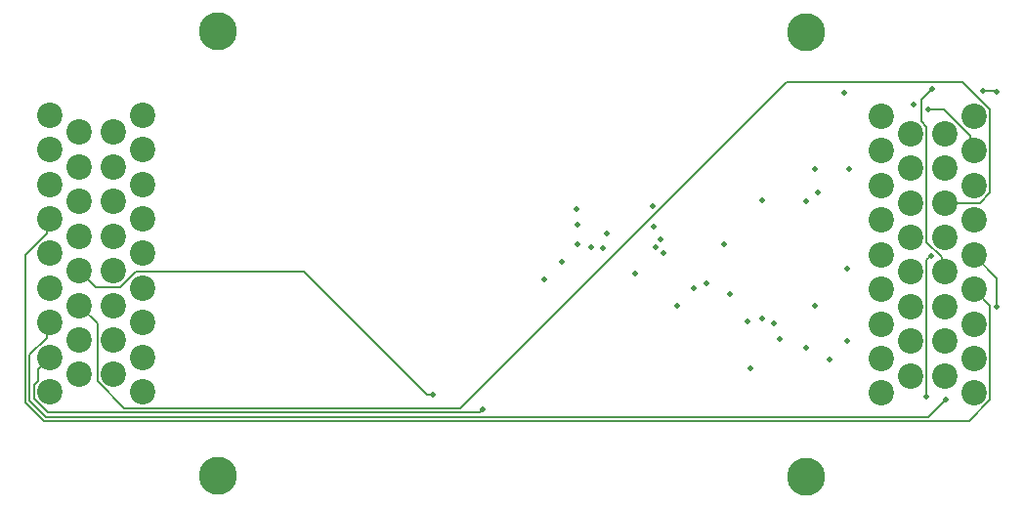
<source format=gbr>
G04*
G04 #@! TF.GenerationSoftware,Altium Limited,Altium Designer,22.4.2 (48)*
G04*
G04 Layer_Physical_Order=2*
G04 Layer_Color=36540*
%FSLAX25Y25*%
%MOIN*%
G70*
G04*
G04 #@! TF.SameCoordinates,6C7EA4D3-1DBA-4452-8A60-7FA1E15C8F26*
G04*
G04*
G04 #@! TF.FilePolarity,Positive*
G04*
G01*
G75*
%ADD15C,0.00500*%
%ADD17C,0.12992*%
%ADD18C,0.08661*%
%ADD19C,0.01968*%
D15*
X139688Y184514D02*
X196986D01*
X136141Y180930D02*
X138017Y182842D01*
Y182842D01*
X139688Y184514D01*
X136141Y180930D02*
Y180930D01*
X134469Y179258D02*
X136141Y180930D01*
X424425Y226883D02*
Y230801D01*
X421000Y234226D02*
X424425Y230801D01*
Y226883D02*
X425587Y225721D01*
X421000Y234226D02*
Y234262D01*
X415300Y239963D02*
X421000Y234262D01*
X409514Y194531D02*
Y233938D01*
X407728Y235723D02*
X409514Y233938D01*
X409963Y239963D02*
X415300D01*
X421843Y249167D02*
X431167Y239843D01*
X428868Y246063D02*
X433437D01*
X431167Y211598D02*
Y239843D01*
X428805Y246126D02*
X428868Y246063D01*
X427573Y208004D02*
X431167Y211598D01*
X361667Y249167D02*
X421843D01*
X407728Y235723D02*
Y243228D01*
X410372Y245872D01*
X409514Y194531D02*
X414582Y189463D01*
X410372Y245872D02*
X411433Y246933D01*
X256919Y136419D02*
X258000Y137500D01*
X109071Y134919D02*
X409919D01*
X108450Y133419D02*
X423855D01*
X431167Y140732D01*
X101923Y139946D02*
X108450Y133419D01*
X409919Y134919D02*
X416000Y141000D01*
X103423Y140567D02*
X109071Y134919D01*
X109692Y136419D02*
X256919D01*
X250419Y137919D02*
X361667Y249167D01*
X103423Y156123D02*
X109342Y162041D01*
X101923Y190056D02*
X109342Y197474D01*
X103423Y140567D02*
Y156123D01*
X104923Y141188D02*
Y145812D01*
Y141188D02*
X109692Y136419D01*
X126577Y147094D02*
X135751Y137919D01*
X106423Y147312D02*
Y151230D01*
X135751Y137919D02*
X250419D01*
X101923Y139946D02*
Y190056D01*
X104923Y145812D02*
X106423Y147312D01*
X431167Y140732D02*
Y172896D01*
X126577Y147094D02*
Y166797D01*
X106423Y151230D02*
X110504Y155311D01*
X109342Y162041D02*
Y165960D01*
X110504Y167122D01*
X240880Y142500D02*
X241000Y142620D01*
X239000Y142500D02*
X240880D01*
X196986Y184514D02*
X239000Y142500D01*
X409514Y142014D02*
Y188399D01*
X433437Y246063D02*
X433500Y246000D01*
X425587Y190287D02*
X433500Y182374D01*
Y172500D02*
Y182374D01*
X425587Y178476D02*
X431167Y172896D01*
X120346Y184839D02*
X120346D01*
X125927Y179258D02*
X134469D01*
X120346Y184839D02*
X125927Y179258D01*
X409500Y142000D02*
X409514Y142014D01*
Y188399D02*
X411000Y189885D01*
X414582Y185544D02*
X415744Y184382D01*
X414582Y185544D02*
Y189463D01*
X120346Y173028D02*
X126577Y166797D01*
X109342Y197474D02*
Y201393D01*
X110504Y202555D01*
X415744Y208004D02*
X427573D01*
D17*
X368500Y114500D02*
D03*
Y266075D02*
D03*
X167591Y266531D02*
D03*
Y114957D02*
D03*
D18*
X394091Y237531D02*
D03*
Y225721D02*
D03*
Y213910D02*
D03*
Y202098D02*
D03*
Y190287D02*
D03*
Y178476D02*
D03*
Y166665D02*
D03*
Y154854D02*
D03*
Y143043D02*
D03*
X403933Y231626D02*
D03*
Y219815D02*
D03*
Y208004D02*
D03*
Y196193D02*
D03*
Y184382D02*
D03*
Y172571D02*
D03*
Y160760D02*
D03*
Y148949D02*
D03*
X415744Y231626D02*
D03*
Y219815D02*
D03*
Y208004D02*
D03*
Y196193D02*
D03*
Y184382D02*
D03*
Y172571D02*
D03*
Y160760D02*
D03*
Y148949D02*
D03*
X425587Y237531D02*
D03*
Y225721D02*
D03*
Y213910D02*
D03*
Y202098D02*
D03*
Y190287D02*
D03*
Y178476D02*
D03*
Y166665D02*
D03*
Y154854D02*
D03*
Y143043D02*
D03*
X142000Y143500D02*
D03*
Y155311D02*
D03*
Y167122D02*
D03*
Y178933D02*
D03*
Y190744D02*
D03*
Y202555D02*
D03*
Y214366D02*
D03*
Y226177D02*
D03*
Y237988D02*
D03*
X132158Y149406D02*
D03*
Y161216D02*
D03*
Y173028D02*
D03*
Y184839D02*
D03*
Y196650D02*
D03*
Y208461D02*
D03*
Y220272D02*
D03*
Y232083D02*
D03*
X120346Y149406D02*
D03*
Y161216D02*
D03*
Y173028D02*
D03*
Y184839D02*
D03*
Y196650D02*
D03*
Y208461D02*
D03*
Y220272D02*
D03*
Y232083D02*
D03*
X110504Y143500D02*
D03*
Y155311D02*
D03*
Y167122D02*
D03*
Y178933D02*
D03*
Y190744D02*
D03*
Y202555D02*
D03*
Y214366D02*
D03*
Y226177D02*
D03*
Y237988D02*
D03*
D19*
X290500Y194000D02*
D03*
X290354Y200444D02*
D03*
X279000Y182000D02*
D03*
X285000Y188000D02*
D03*
X300500Y197500D02*
D03*
X290000Y206000D02*
D03*
X310000Y184000D02*
D03*
X299000Y192500D02*
D03*
X295000Y193000D02*
D03*
X381500Y245500D02*
D03*
X428805Y246126D02*
D03*
X409963Y239963D02*
D03*
X405033Y241480D02*
D03*
X258000Y137500D02*
D03*
X416000Y141000D02*
D03*
X241000Y142620D02*
D03*
X433500Y246000D02*
D03*
Y172500D02*
D03*
X411000Y189885D02*
D03*
X409500Y142000D02*
D03*
X353500Y209000D02*
D03*
X411433Y246933D02*
D03*
X316170Y206830D02*
D03*
X316500Y200000D02*
D03*
X317000Y193000D02*
D03*
X318527Y195545D02*
D03*
X342500Y177000D02*
D03*
X348500Y167500D02*
D03*
X357500Y167000D02*
D03*
X349500Y151500D02*
D03*
X359500Y161500D02*
D03*
X382500Y185500D02*
D03*
X371500Y173000D02*
D03*
X368500Y158500D02*
D03*
X376500Y154500D02*
D03*
X382500Y161000D02*
D03*
X371500Y219500D02*
D03*
X324500Y173000D02*
D03*
X383000Y219500D02*
D03*
X319814Y190814D02*
D03*
X368500Y208500D02*
D03*
X372500Y211500D02*
D03*
X334500Y180500D02*
D03*
X353500Y168500D02*
D03*
X330000Y179000D02*
D03*
X340500Y194000D02*
D03*
M02*

</source>
